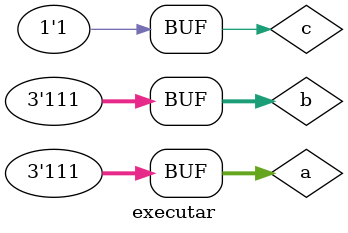
<source format=v>

module complemento1 ( output [2:0] s, input [2:0] a );
	not ( s[0], a[0] );
	not ( s[1], a[1] );
	not ( s[2], a[2] );
endmodule

module soma ( output c, output s, input a, input b, input c1 );
	wire x1;
	wire a1;
	wire a2;
	
	xor ( x1, a, b );
	and ( a1, a, b );
	xor ( s, x1, c1 );
	and ( a2, x1, c1 );
	or ( c, a1, a2 );	
endmodule

module decidir ( output [2:0] s, input [2:0] b, input [2:0] bc, input c );
	wire n; //carry negado
	wire [2:0] a0; wire [2:0] a1;
	not ( n, c );
	
	and ( a0[0], b[0], n );
	and ( a0[1], b[1], n );
	and ( a0[2], b[2], n );
	
	and ( a1[0], bc[0], c );
	and ( a1[1], bc[1], c );
	and ( a1[2], bc[2], c );
	
	or ( s[0], a0[0], a1[0] );
	or ( s[1], a0[1], a1[1] );
	or ( s[2], a0[2], a1[2] );
endmodule

module operacao ( output [2:0] s, input [2:0] a, input [2:0] b, input c );
	wire [2:0] bc; wire [2:0] b1; //bc = complemento de 1 de b --- b1 = b | bc
	wire s0; wire c0;
	wire s1; wire c1;
	wire s2; wire c2;
	
	complemento1 c1A ( bc, b );
	decidir dc ( b1, b, bc, c );
	
	soma sm0 ( c0, s0, a[0], b1[0], c );
	soma sm1 ( c1, s1, a[1], b1[1], c0 );
	soma sm2 ( c2, s2, a[2], b1[2], c1 );
	
	and ( s[0], s0 );
	and ( s[1], s1 );
	and ( s[2], s2 );
endmodule

module flagzero ( output z, input [2:0] s );
	nor ( z, s[0], s[1], s[2] );
endmodule

module incremento ( output [2:0] s, input [2:0] a );
	operacao op ( s, a, 3'b001, 1'b0 );	
endmodule

module overflow ( output s, input [2:0] a, input [2:0] b, input c );
	wire n;
	not ( n, c );
	and ( s, a[1], b[1], n);
endmodule

module carry ( output s, input [2:0] a, input c );
	wire n;
	not ( n, c );
	and ( s, a[2], n );
endmodule

module sinal ( output s, input [2:0] a );
	and ( s, a[2], a[2] );
endmodule

module decremento ( output [2:0] s, input [2:0] a );
	operacao op ( s, a, 3'b001, 1'b1 );	
endmodule

module executar;
	reg [2:0] a;
	reg [2:0] b;
	reg c;
	wire [2:0] s;
	wire [2:0] d; //b-1
	
	decremento dc ( d, b );
	operacao op ( s, a, d, c );
	
	initial begin
		$monitor ( "%3b    %3b %3b-1   %1b", s, a, b, c );
		a = 3'b001; b = 3'b001; c = 0;
		#1 a = 3'b011; b = 3'b011; c = 0;
		#1 a = 3'b111; b = 3'b111; c = 0;
		#1 a = 3'b000; b = 3'b001; c = 1;
		#1 a = 3'b001; b = 3'b001; c = 1;
		#1 a = 3'b111; b = 3'b111; c = 1;
	end
endmodule

</source>
